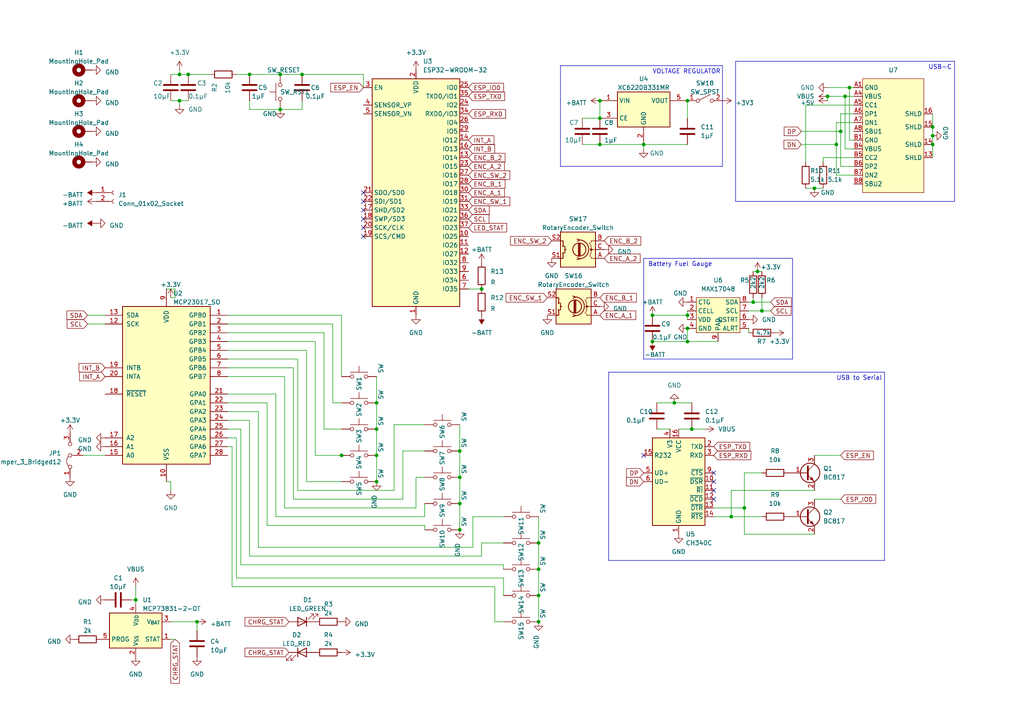
<source format=kicad_sch>
(kicad_sch (version 20230121) (generator eeschema)
  (paper "A4")
  (junction (at 173.99 41.91))
  (junction (at 54.61 21.59))
  (junction (at 87.63 21.59))
  (junction (at 109.22 116.84))
  (junction (at 133.35 153.67))
  (junction (at 133.35 130.81))
  (junction (at 156.21 165.1))
  (junction (at 186.69 41.91))
  (junction (at 215.9 147.32))
  (junction (at 173.99 34.29))
  (junction (at 270.51 41.91))
  (junction (at 199.39 99.06))
  (junction (at 156.21 157.48))
  (junction (at 199.39 91.44))
  (junction (at 156.21 180.34))
  (junction (at 189.23 91.44))
  (junction (at 109.22 124.46))
  (junction (at 99.06 132.08))
  (junction (at 220.98 90.17))
  (junction (at 245.11 27.94))
  (junction (at 218.44 87.63))
  (junction (at 133.35 138.43))
  (junction (at 173.99 29.21))
  (junction (at 270.51 39.37))
  (junction (at 270.51 36.83))
  (junction (at 109.22 139.7))
  (junction (at 139.7 83.82))
  (junction (at 243.84 38.1))
  (junction (at 246.38 25.4))
  (junction (at 199.39 95.25))
  (junction (at 242.57 41.91))
  (junction (at 195.58 116.84))
  (junction (at 156.21 172.72))
  (junction (at 212.09 149.86))
  (junction (at 200.66 124.46))
  (junction (at 57.15 180.34))
  (junction (at 240.03 27.94))
  (junction (at 133.35 146.05))
  (junction (at 81.28 31.75))
  (junction (at 189.23 99.06))
  (junction (at 39.37 173.99))
  (junction (at 199.39 29.21))
  (junction (at 236.22 54.61))
  (junction (at 52.07 21.59))
  (junction (at 109.22 132.08))
  (junction (at 52.07 29.21))
  (junction (at 219.71 78.74))
  (junction (at 81.28 21.59))
  (junction (at 72.39 21.59))
  (no_connect (at 105.41 63.5))
  (no_connect (at 105.41 55.88))
  (no_connect (at 207.01 139.7))
  (no_connect (at 105.41 60.96))
  (no_connect (at 105.41 66.04))
  (no_connect (at 105.41 58.42))
  (no_connect (at 207.01 137.16))
  (no_connect (at 105.41 68.58))
  (no_connect (at 186.69 132.08))
  (no_connect (at 207.01 144.78))
  (no_connect (at 207.01 142.24))
  (wire (pts (xy 24.13 132.08) (xy 30.48 132.08)))
  (wire (pts (xy 68.58 127) (xy 68.58 167.64)))
  (wire (pts (xy 186.69 43.18) (xy 186.69 41.91)))
  (wire (pts (xy 82.55 147.32) (xy 120.65 147.32)))
  (wire (pts (xy 242.57 50.8) (xy 247.65 50.8)))
  (wire (pts (xy 238.76 45.72) (xy 247.65 45.72)))
  (wire (pts (xy 233.68 30.48) (xy 233.68 46.99)))
  (wire (pts (xy 199.39 99.06) (xy 208.28 99.06)))
  (wire (pts (xy 99.06 109.22) (xy 99.06 91.44)))
  (wire (pts (xy 236.22 54.61) (xy 238.76 54.61)))
  (wire (pts (xy 207.01 149.86) (xy 212.09 149.86)))
  (polyline (pts (xy 213.36 58.42) (xy 213.36 17.78)))
  (wire (pts (xy 243.84 38.1) (xy 243.84 33.02)))
  (wire (pts (xy 143.51 170.18) (xy 143.51 180.34)))
  (wire (pts (xy 247.65 40.64) (xy 246.38 40.64)))
  (wire (pts (xy 133.35 138.43) (xy 133.35 146.05)))
  (wire (pts (xy 217.17 90.17) (xy 220.98 90.17)))
  (wire (pts (xy 66.04 109.22) (xy 82.55 109.22)))
  (polyline (pts (xy 186.69 74.93) (xy 186.69 104.14)))
  (wire (pts (xy 156.21 157.48) (xy 156.21 165.1)))
  (wire (pts (xy 207.01 147.32) (xy 215.9 147.32)))
  (wire (pts (xy 25.4 93.98) (xy 30.48 93.98)))
  (wire (pts (xy 146.05 167.64) (xy 146.05 172.72)))
  (wire (pts (xy 67.31 129.54) (xy 67.31 170.18)))
  (wire (pts (xy 212.09 142.24) (xy 236.22 142.24)))
  (wire (pts (xy 93.98 124.46) (xy 99.06 124.46)))
  (polyline (pts (xy 209.55 19.05) (xy 209.55 48.26)))
  (wire (pts (xy 189.23 99.06) (xy 199.39 99.06)))
  (wire (pts (xy 245.11 27.94) (xy 247.65 27.94)))
  (wire (pts (xy 86.36 104.14) (xy 86.36 142.24)))
  (wire (pts (xy 74.93 158.75) (xy 137.16 158.75)))
  (wire (pts (xy 50.8 185.42) (xy 49.53 185.42)))
  (wire (pts (xy 91.44 132.08) (xy 99.06 132.08)))
  (wire (pts (xy 219.71 78.74) (xy 220.98 78.74)))
  (wire (pts (xy 139.7 157.48) (xy 146.05 157.48)))
  (wire (pts (xy 96.52 93.98) (xy 96.52 116.84)))
  (wire (pts (xy 66.04 99.06) (xy 91.44 99.06)))
  (wire (pts (xy 242.57 35.56) (xy 247.65 35.56)))
  (polyline (pts (xy 229.87 104.14) (xy 186.69 104.14)))
  (wire (pts (xy 80.01 114.3) (xy 80.01 149.86)))
  (wire (pts (xy 66.04 127) (xy 68.58 127)))
  (wire (pts (xy 168.91 34.29) (xy 173.99 34.29)))
  (wire (pts (xy 38.1 173.99) (xy 39.37 173.99)))
  (wire (pts (xy 93.98 96.52) (xy 93.98 124.46)))
  (wire (pts (xy 270.51 39.37) (xy 270.51 41.91)))
  (wire (pts (xy 243.84 48.26) (xy 247.65 48.26)))
  (wire (pts (xy 199.39 90.17) (xy 199.39 91.44)))
  (wire (pts (xy 156.21 172.72) (xy 156.21 180.34)))
  (wire (pts (xy 218.44 78.74) (xy 219.71 78.74)))
  (polyline (pts (xy 276.86 17.78) (xy 276.86 58.42)))
  (polyline (pts (xy 162.56 48.26) (xy 162.56 19.05)))
  (wire (pts (xy 196.85 124.46) (xy 200.66 124.46)))
  (wire (pts (xy 215.9 154.94) (xy 236.22 154.94)))
  (wire (pts (xy 116.84 130.81) (xy 123.19 130.81)))
  (wire (pts (xy 240.03 27.94) (xy 245.11 27.94)))
  (wire (pts (xy 109.22 116.84) (xy 109.22 124.46)))
  (wire (pts (xy 50.8 83.82) (xy 50.8 86.36)))
  (wire (pts (xy 48.26 83.82) (xy 50.8 83.82)))
  (wire (pts (xy 270.51 36.83) (xy 270.51 39.37)))
  (wire (pts (xy 81.28 31.75) (xy 87.63 31.75)))
  (wire (pts (xy 133.35 146.05) (xy 133.35 153.67)))
  (wire (pts (xy 139.7 161.29) (xy 139.7 157.48)))
  (wire (pts (xy 57.15 180.34) (xy 57.15 182.88)))
  (wire (pts (xy 114.3 142.24) (xy 114.3 123.19)))
  (wire (pts (xy 190.5 116.84) (xy 195.58 116.84)))
  (wire (pts (xy 245.11 43.18) (xy 247.65 43.18)))
  (wire (pts (xy 39.37 170.18) (xy 39.37 173.99)))
  (wire (pts (xy 199.39 99.06) (xy 199.39 95.25)))
  (wire (pts (xy 72.39 29.21) (xy 72.39 31.75)))
  (wire (pts (xy 195.58 116.84) (xy 200.66 116.84)))
  (wire (pts (xy 99.06 91.44) (xy 66.04 91.44)))
  (polyline (pts (xy 229.87 74.93) (xy 229.87 104.14)))
  (wire (pts (xy 246.38 25.4) (xy 246.38 40.64)))
  (wire (pts (xy 139.7 83.82) (xy 135.89 83.82)))
  (wire (pts (xy 54.61 21.59) (xy 60.96 21.59)))
  (wire (pts (xy 242.57 41.91) (xy 242.57 35.56)))
  (wire (pts (xy 52.07 30.48) (xy 52.07 29.21)))
  (wire (pts (xy 238.76 46.99) (xy 238.76 45.72)))
  (polyline (pts (xy 209.55 48.26) (xy 162.56 48.26)))
  (wire (pts (xy 52.07 20.32) (xy 52.07 21.59)))
  (wire (pts (xy 77.47 116.84) (xy 77.47 152.4)))
  (wire (pts (xy 243.84 132.08) (xy 236.22 132.08)))
  (wire (pts (xy 200.66 124.46) (xy 204.47 124.46)))
  (wire (pts (xy 99.06 132.08) (xy 100.33 132.08)))
  (wire (pts (xy 109.22 132.08) (xy 109.22 139.7)))
  (wire (pts (xy 109.22 124.46) (xy 109.22 132.08)))
  (wire (pts (xy 189.23 91.44) (xy 199.39 91.44)))
  (wire (pts (xy 114.3 123.19) (xy 123.19 123.19)))
  (wire (pts (xy 66.04 121.92) (xy 72.39 121.92)))
  (wire (pts (xy 137.16 158.75) (xy 137.16 149.86)))
  (polyline (pts (xy 176.53 107.95) (xy 256.54 107.95)))
  (polyline (pts (xy 162.56 19.05) (xy 209.55 19.05)))
  (wire (pts (xy 236.22 144.78) (xy 243.84 144.78)))
  (wire (pts (xy 72.39 121.92) (xy 72.39 161.29)))
  (wire (pts (xy 81.28 21.59) (xy 87.63 21.59)))
  (wire (pts (xy 212.09 149.86) (xy 212.09 142.24)))
  (wire (pts (xy 50.8 86.36) (xy 49.53 86.36)))
  (wire (pts (xy 143.51 180.34) (xy 146.05 180.34)))
  (wire (pts (xy 48.26 139.7) (xy 49.53 139.7)))
  (wire (pts (xy 242.57 41.91) (xy 242.57 50.8)))
  (wire (pts (xy 88.9 101.6) (xy 88.9 139.7)))
  (wire (pts (xy 52.07 21.59) (xy 54.61 21.59)))
  (wire (pts (xy 87.63 31.75) (xy 87.63 29.21)))
  (wire (pts (xy 106.68 68.58) (xy 105.41 68.58)))
  (wire (pts (xy 72.39 21.59) (xy 81.28 21.59)))
  (wire (pts (xy 232.41 41.91) (xy 242.57 41.91)))
  (polyline (pts (xy 186.69 74.93) (xy 229.87 74.93)))
  (wire (pts (xy 217.17 96.52) (xy 217.17 95.25)))
  (wire (pts (xy 246.38 25.4) (xy 247.65 25.4)))
  (wire (pts (xy 156.21 165.1) (xy 156.21 172.72)))
  (wire (pts (xy 77.47 152.4) (xy 123.19 152.4)))
  (polyline (pts (xy 213.36 17.78) (xy 276.86 17.78)))
  (wire (pts (xy 133.35 123.19) (xy 133.35 130.81)))
  (wire (pts (xy 243.84 38.1) (xy 243.84 48.26)))
  (wire (pts (xy 133.35 130.81) (xy 133.35 138.43)))
  (wire (pts (xy 146.05 163.83) (xy 146.05 165.1)))
  (wire (pts (xy 220.98 90.17) (xy 223.52 90.17)))
  (wire (pts (xy 72.39 31.75) (xy 81.28 31.75)))
  (wire (pts (xy 72.39 161.29) (xy 139.7 161.29)))
  (wire (pts (xy 66.04 129.54) (xy 67.31 129.54)))
  (wire (pts (xy 217.17 87.63) (xy 218.44 87.63)))
  (wire (pts (xy 85.09 106.68) (xy 85.09 144.78)))
  (wire (pts (xy 233.68 54.61) (xy 236.22 54.61)))
  (wire (pts (xy 137.16 149.86) (xy 146.05 149.86)))
  (wire (pts (xy 116.84 144.78) (xy 116.84 130.81)))
  (polyline (pts (xy 276.86 58.42) (xy 213.36 58.42)))
  (wire (pts (xy 218.44 87.63) (xy 223.52 87.63)))
  (wire (pts (xy 57.15 180.34) (xy 49.53 180.34)))
  (wire (pts (xy 105.41 21.59) (xy 105.41 25.4)))
  (wire (pts (xy 190.5 124.46) (xy 194.31 124.46)))
  (wire (pts (xy 173.99 29.21) (xy 173.99 34.29)))
  (wire (pts (xy 247.65 30.48) (xy 233.68 30.48)))
  (wire (pts (xy 220.98 137.16) (xy 215.9 137.16)))
  (wire (pts (xy 69.85 163.83) (xy 146.05 163.83)))
  (wire (pts (xy 199.39 34.29) (xy 199.39 29.21)))
  (wire (pts (xy 80.01 149.86) (xy 123.19 149.86)))
  (wire (pts (xy 68.58 167.64) (xy 146.05 167.64)))
  (wire (pts (xy 66.04 119.38) (xy 74.93 119.38)))
  (wire (pts (xy 52.07 29.21) (xy 54.61 29.21)))
  (polyline (pts (xy 256.54 162.56) (xy 176.53 162.56)))
  (wire (pts (xy 66.04 93.98) (xy 96.52 93.98)))
  (wire (pts (xy 240.03 27.94) (xy 240.03 29.21)))
  (wire (pts (xy 232.41 38.1) (xy 243.84 38.1)))
  (wire (pts (xy 220.98 86.36) (xy 220.98 90.17)))
  (wire (pts (xy 49.53 21.59) (xy 52.07 21.59)))
  (wire (pts (xy 66.04 104.14) (xy 86.36 104.14)))
  (wire (pts (xy 66.04 106.68) (xy 85.09 106.68)))
  (polyline (pts (xy 256.54 107.95) (xy 256.54 162.56)))
  (wire (pts (xy 270.51 33.02) (xy 270.51 36.83)))
  (wire (pts (xy 173.99 41.91) (xy 186.69 41.91)))
  (wire (pts (xy 85.09 144.78) (xy 116.84 144.78)))
  (wire (pts (xy 168.91 41.91) (xy 173.99 41.91)))
  (wire (pts (xy 66.04 101.6) (xy 88.9 101.6)))
  (wire (pts (xy 245.11 27.94) (xy 245.11 43.18)))
  (wire (pts (xy 88.9 139.7) (xy 99.06 139.7)))
  (wire (pts (xy 186.69 41.91) (xy 199.39 41.91)))
  (wire (pts (xy 270.51 41.91) (xy 270.51 45.72)))
  (wire (pts (xy 74.93 119.38) (xy 74.93 158.75)))
  (wire (pts (xy 25.4 91.44) (xy 30.48 91.44)))
  (wire (pts (xy 66.04 116.84) (xy 77.47 116.84)))
  (wire (pts (xy 66.04 124.46) (xy 69.85 124.46)))
  (wire (pts (xy 218.44 86.36) (xy 218.44 87.63)))
  (wire (pts (xy 69.85 124.46) (xy 69.85 163.83)))
  (polyline (pts (xy 176.53 107.95) (xy 176.53 162.56)))
  (wire (pts (xy 215.9 147.32) (xy 215.9 154.94)))
  (wire (pts (xy 240.03 25.4) (xy 246.38 25.4)))
  (wire (pts (xy 156.21 149.86) (xy 156.21 157.48)))
  (wire (pts (xy 39.37 173.99) (xy 39.37 175.26)))
  (wire (pts (xy 67.31 170.18) (xy 143.51 170.18)))
  (wire (pts (xy 82.55 109.22) (xy 82.55 147.32)))
  (wire (pts (xy 96.52 116.84) (xy 99.06 116.84)))
  (wire (pts (xy 87.63 21.59) (xy 105.41 21.59)))
  (wire (pts (xy 86.36 142.24) (xy 114.3 142.24)))
  (wire (pts (xy 49.53 29.21) (xy 52.07 29.21)))
  (wire (pts (xy 199.39 91.44) (xy 199.39 92.71)))
  (wire (pts (xy 49.53 139.7) (xy 49.53 142.24)))
  (wire (pts (xy 215.9 137.16) (xy 215.9 147.32)))
  (wire (pts (xy 109.22 109.22) (xy 109.22 116.84)))
  (wire (pts (xy 243.84 33.02) (xy 247.65 33.02)))
  (wire (pts (xy 123.19 152.4) (xy 123.19 153.67)))
  (wire (pts (xy 66.04 114.3) (xy 80.01 114.3)))
  (wire (pts (xy 91.44 99.06) (xy 91.44 132.08)))
  (wire (pts (xy 120.65 138.43) (xy 123.19 138.43)))
  (wire (pts (xy 212.09 149.86) (xy 220.98 149.86)))
  (wire (pts (xy 120.65 147.32) (xy 120.65 138.43)))
  (wire (pts (xy 68.58 21.59) (xy 72.39 21.59)))
  (wire (pts (xy 66.04 96.52) (xy 93.98 96.52)))
  (wire (pts (xy 123.19 146.05) (xy 123.19 149.86)))
  (text "USB to Serial" (at 242.57 110.49 0) (effects (font (size 1.27 1.27)) (justify left bottom)))
  (text "Battery Fuel Gauge" (at 187.96 77.47 0) (effects (font (size 1.27 1.27)) (justify left bottom)))
  (text "USB-C" (at 269.24 20.32 0) (effects (font (size 1.27 1.27)) (justify left bottom)))
  (text "VOLTAGE REGULATOR" (at 189.23 21.59 0) (effects (font (size 1.27 1.27)) (justify left bottom)))
  (global_label "INT_B" (shape input) (at 135.89 43.18 0) (property "Intersheetrefs" "${INTERSHEET_REFS}" (effects hide)))
  (global_label "CHRG_STAT" (shape input) (at 50.8 185.42 270) (property "Intersheetrefs" "${INTERSHEET_REFS}" (effects hide)))
  (global_label "ENC_A_2" (shape input) (at 175.26 74.93 0) (property "Intersheetrefs" "${INTERSHEET_REFS}" (effects hide)))
  (global_label "DP" (shape input) (at 186.69 137.16 180) (property "Intersheetrefs" "${INTERSHEET_REFS}" (effects hide)) (property "Referenzen zwischen Schaltplänen" "${INTERSHEET_REFS}" (effects hide)))
  (global_label "SDA" (shape input) (at 25.4 91.44 180) (property "Intersheetrefs" "${INTERSHEET_REFS}" (effects hide)) (property "Referenzen zwischen Schaltplänen" "${INTERSHEET_REFS}" (effects hide)))
  (global_label "ENC_B_1" (shape input) (at 173.99 86.36 0) (property "Intersheetrefs" "${INTERSHEET_REFS}" (effects hide)))
  (global_label "INT_A" (shape input) (at 30.48 109.22 180) (property "Intersheetrefs" "${INTERSHEET_REFS}" (effects hide)))
  (global_label "ESP_EN" (shape input) (at 243.84 132.08 0) (property "Intersheetrefs" "${INTERSHEET_REFS}" (effects hide)) (property "Referenzen zwischen Schaltplänen" "${INTERSHEET_REFS}" (effects hide)))
  (global_label "SCL" (shape input) (at 223.52 90.17 0) (property "Intersheetrefs" "${INTERSHEET_REFS}" (effects hide)) (property "Referenzen zwischen Schaltplänen" "${INTERSHEET_REFS}" (effects hide)))
  (global_label "ENC_A_1" (shape input) (at 173.99 91.44 0) (property "Intersheetrefs" "${INTERSHEET_REFS}" (effects hide)))
  (global_label "ENC_B_2" (shape input) (at 175.26 69.85 0) (property "Intersheetrefs" "${INTERSHEET_REFS}" (effects hide)))
  (global_label "SDA" (shape input) (at 135.89 60.96 0) (property "Intersheetrefs" "${INTERSHEET_REFS}" (effects hide)) (property "Referenzen zwischen Schaltplänen" "${INTERSHEET_REFS}" (effects hide)))
  (global_label "ESP_IO0" (shape input) (at 135.89 25.4 0) (property "Intersheetrefs" "${INTERSHEET_REFS}" (effects hide)) (property "Referenzen zwischen Schaltplänen" "${INTERSHEET_REFS}" (effects hide)))
  (global_label "LED_STAT" (shape input) (at 135.89 66.04 0) (property "Intersheetrefs" "${INTERSHEET_REFS}" (effects hide)) (property "Referenzen zwischen Schaltplänen" "${INTERSHEET_REFS}" (effects hide)))
  (global_label "ESP_IO0" (shape input) (at 243.84 144.78 0) (property "Intersheetrefs" "${INTERSHEET_REFS}" (effects hide)) (property "Referenzen zwischen Schaltplänen" "${INTERSHEET_REFS}" (effects hide)))
  (global_label "ESP_TXD" (shape input) (at 135.89 27.94 0) (property "Intersheetrefs" "${INTERSHEET_REFS}" (effects hide)) (property "Referenzen zwischen Schaltplänen" "${INTERSHEET_REFS}" (effects hide)))
  (global_label "ESP_RXD" (shape input) (at 207.01 132.08 0) (property "Intersheetrefs" "${INTERSHEET_REFS}" (effects hide)) (property "Referenzen zwischen Schaltplänen" "${INTERSHEET_REFS}" (effects hide)))
  (global_label "SCL" (shape input) (at 135.89 63.5 0) (property "Intersheetrefs" "${INTERSHEET_REFS}" (effects hide)) (property "Referenzen zwischen Schaltplänen" "${INTERSHEET_REFS}" (effects hide)))
  (global_label "ESP_RXD" (shape input) (at 135.89 33.02 0) (property "Intersheetrefs" "${INTERSHEET_REFS}" (effects hide)) (property "Referenzen zwischen Schaltplänen" "${INTERSHEET_REFS}" (effects hide)))
  (global_label "SDA" (shape input) (at 223.52 87.63 0) (property "Intersheetrefs" "${INTERSHEET_REFS}" (effects hide)) (property "Referenzen zwischen Schaltplänen" "${INTERSHEET_REFS}" (effects hide)))
  (global_label "ENC_A_1" (shape input) (at 135.89 55.88 0) (property "Intersheetrefs" "${INTERSHEET_REFS}" (effects hide)))
  (global_label "ESP_EN" (shape input) (at 105.41 25.4 180) (property "Intersheetrefs" "${INTERSHEET_REFS}" (effects hide)) (property "Referenzen zwischen Schaltplänen" "${INTERSHEET_REFS}" (effects hide)))
  (global_label "DN" (shape input) (at 186.69 139.7 180) (property "Intersheetrefs" "${INTERSHEET_REFS}" (effects hide)) (property "Referenzen zwischen Schaltplänen" "${INTERSHEET_REFS}" (effects hide)))
  (global_label "CHRG_STAT" (shape input) (at 83.82 189.23 180) (property "Intersheetrefs" "${INTERSHEET_REFS}" (effects hide)))
  (global_label "ENC_B_1" (shape input) (at 135.89 53.34 0) (property "Intersheetrefs" "${INTERSHEET_REFS}" (effects hide)))
  (global_label "INT_B" (shape input) (at 30.48 106.68 180) (property "Intersheetrefs" "${INTERSHEET_REFS}" (effects hide)))
  (global_label "ENC_SW_2" (shape input) (at 160.02 69.85 180) (property "Intersheetrefs" "${INTERSHEET_REFS}" (effects hide)))
  (global_label "DN" (shape input) (at 232.41 41.91 180) (property "Intersheetrefs" "${INTERSHEET_REFS}" (effects hide)) (property "Referenzen zwischen Schaltplänen" "${INTERSHEET_REFS}" (effects hide)))
  (global_label "SCL" (shape input) (at 25.4 93.98 180) (property "Intersheetrefs" "${INTERSHEET_REFS}" (effects hide)) (property "Referenzen zwischen Schaltplänen" "${INTERSHEET_REFS}" (effects hide)))
  (global_label "ENC_SW_2" (shape input) (at 135.89 50.8 0) (property "Intersheetrefs" "${INTERSHEET_REFS}" (effects hide)))
  (global_label "DP" (shape input) (at 232.41 38.1 180) (property "Intersheetrefs" "${INTERSHEET_REFS}" (effects hide)) (property "Referenzen zwischen Schaltplänen" "${INTERSHEET_REFS}" (effects hide)))
  (global_label "ENC_SW_1" (shape input) (at 158.75 86.36 180) (property "Intersheetrefs" "${INTERSHEET_REFS}" (effects hide)))
  (global_label "ENC_A_2" (shape input) (at 135.89 48.26 0) (property "Intersheetrefs" "${INTERSHEET_REFS}" (effects hide)))
  (global_label "INT_A" (shape input) (at 135.89 40.64 0) (property "Intersheetrefs" "${INTERSHEET_REFS}" (effects hide)))
  (global_label "CHRG_STAT" (shape input) (at 83.82 180.34 180) (property "Intersheetrefs" "${INTERSHEET_REFS}" (effects hide)))
  (global_label "ENC_B_2" (shape input) (at 135.89 45.72 0) (property "Intersheetrefs" "${INTERSHEET_REFS}" (effects hide)))
  (global_label "ESP_TXD" (shape input) (at 207.01 129.54 0) (property "Intersheetrefs" "${INTERSHEET_REFS}" (effects hide)) (property "Referenzen zwischen Schaltplänen" "${INTERSHEET_REFS}" (effects hide)))
  (global_label "ENC_SW_1" (shape input) (at 135.89 58.42 0) (property "Intersheetrefs" "${INTERSHEET_REFS}" (effects hide)))
  (symbol (lib_id "power:GND") (at 156.21 180.34 0) (unit 1)
    (property "Reference" "#PWR030" (effects hide))
    (property "Value" "GND" (at 155.575 184.15 90) (effects (justify right)))
  )
  (symbol (lib_id "Device:C") (at 57.15 186.69 180) (unit 1)
    (property "Reference" "C4" (at 60.96 186.055 0) (effects (justify right)))
    (property "Value" "10µF" (at 60.96 188.595 0) (effects (justify right)))
    (property "Footprint" "Capacitor_SMD:C_0805_2012Metric" (effects hide))
  )
  (symbol (lib_id "Device:R") (at 238.76 50.8 180) (unit 1)
    (property "Reference" "R11" (at 240.03 49.53 0) (effects (justify right)))
    (property "Value" "5.1k" (at 240.03 52.07 0) (effects (justify right)))
    (property "Footprint" "Resistor_SMD:R_0805_2012Metric" (effects hide))
  )
  (symbol (lib_id "Switch:SW_Push") (at 151.13 157.48 0) (unit 1)
    (property "Reference" "SW12" (at 151.13 157.48 90) (effects (justify right)))
    (property "Value" "SW" (at 157.48 153.67 90) (effects (justify right)))
    (property "Footprint" "Library:SW_Cherry_MX_1.00u_Plate_Custom" (effects hide))
  )
  (symbol (lib_id "power:GND") (at 49.53 142.24 0) (unit 1)
    (property "Reference" "#PWR018" (effects hide))
    (property "Value" "GND" (at 49.53 147.32 0))
  )
  (symbol (lib_id "Device:R") (at 64.77 21.59 270) (unit 1)
    (property "Reference" "R2" (at 62.23 25.4 0))
    (property "Value" "10k" (at 66.04 25.4 0))
    (property "Footprint" "Resistor_SMD:R_0805_2012Metric" (effects hide))
  )
  (symbol (lib_id "power:GND") (at 270.51 39.37 90) (unit 1)
    (property "Reference" "#PWR048" (effects hide))
    (property "Value" "GND" (at 274.32 40.64 0) (effects (justify left)))
  )
  (symbol (lib_id "Device:C") (at 199.39 38.1 0) (unit 1)
    (property "Reference" "C11" (at 203.2 36.83 0) (effects (justify left)))
    (property "Value" "1µF" (at 203.2 39.37 0) (effects (justify left)))
    (property "Footprint" "Capacitor_SMD:C_0805_2012Metric" (effects hide))
  )
  (symbol (lib_id "power:GND") (at 52.07 30.48 0) (unit 1)
    (property "Reference" "#PWR020" (effects hide))
    (property "Value" "GND" (at 54.61 31.7499 0) (effects (justify left)))
  )
  (symbol (lib_id "Connector:Conn_01x02_Socket") (at 33.02 55.88 0) (unit 1)
    (property "Reference" "J1" (at 34.29 56.515 0) (effects (justify left)))
    (property "Value" "Conn_01x02_Socket" (at 34.29 59.055 0) (effects (justify left)))
    (property "Footprint" "Connector_PinHeader_2.54mm:PinHeader_1x02_P2.54mm_Vertical" (effects hide))
  )
  (symbol (lib_id "power:+3.3V") (at 219.71 78.74 0) (unit 1)
    (property "Reference" "#PWR042" (effects hide))
    (property "Value" "+3.3V" (at 223.52 77.47 0))
  )
  (symbol (lib_id "power:GND") (at 57.15 190.5 0) (unit 1)
    (property "Reference" "#PWR022" (effects hide))
    (property "Value" "GND" (at 57.15 195.58 0))
  )
  (symbol (lib_id "Device:C") (at 54.61 25.4 0) (unit 1)
    (property "Reference" "C3" (at 57.15 24.13 0) (effects (justify left)))
    (property "Value" "0.1µF" (at 54.61 27.94 0) (effects (justify left)))
    (property "Footprint" "Capacitor_SMD:C_0805_2012Metric" (effects hide))
  )
  (symbol (lib_id "Switch:SW_Push") (at 151.13 180.34 0) (unit 1)
    (property "Reference" "SW15" (at 151.13 180.34 90) (effects (justify right)))
    (property "Value" "SW" (at 157.48 176.53 90) (effects (justify right)))
    (property "Footprint" "Library:SW_Cherry_MX_1.00u_Plate_Custom" (effects hide))
  )
  (symbol (lib_id "Device:R") (at 139.7 87.63 0) (unit 1)
    (property "Reference" "R12" (at 142.24 86.36 0) (effects (justify left)))
    (property "Value" "R" (at 142.24 89.535 0) (effects (justify left)))
    (property "Footprint" "Capacitor_SMD:C_0805_2012Metric" (effects hide))
  )
  (symbol (lib_id "Device:R") (at 25.4 185.42 90) (unit 1)
    (property "Reference" "R1" (at 25.4 180.34 90))
    (property "Value" "2k" (at 25.4 182.88 90))
    (property "Footprint" "Resistor_SMD:R_0805_2012Metric" (effects hide))
  )
  (symbol (lib_id "power:GND") (at 196.85 154.94 0) (unit 1)
    (property "Reference" "#PWR036" (effects hide))
    (property "Value" "GND" (at 196.85 160.02 0))
  )
  (symbol (lib_id "Device:R") (at 95.25 189.23 90) (unit 1)
    (property "Reference" "R4" (at 95.25 184.15 90))
    (property "Value" "2k" (at 95.25 186.69 90))
    (property "Footprint" "Resistor_SMD:R_0805_2012Metric" (effects hide))
  )
  (symbol (lib_id "Switch:SW_Push") (at 104.14 116.84 0) (unit 1)
    (property "Reference" "SW2" (at 104.14 116.84 90) (effects (justify right)))
    (property "Value" "SW" (at 110.49 113.03 90) (effects (justify right)))
    (property "Footprint" "Library:SW_Cherry_MX_1.00u_Plate_Custom" (effects hide))
  )
  (symbol (lib_id "power:GND") (at 30.48 173.99 270) (unit 1)
    (property "Reference" "#PWR014" (effects hide))
    (property "Value" "GND" (at 26.67 174.625 90) (effects (justify right)))
  )
  (symbol (lib_id "power:GND") (at 27.94 64.77 90) (unit 1)
    (property "Reference" "#PWR010" (effects hide))
    (property "Value" "GND" (at 31.75 65.405 90) (effects (justify right)))
  )
  (symbol (lib_id "Device:C") (at 190.5 120.65 0) (unit 1)
    (property "Reference" "C10" (at 185.42 119.38 0) (effects (justify left)))
    (property "Value" "0.1µF" (at 181.61 121.92 0) (effects (justify left)))
    (property "Footprint" "Capacitor_SMD:C_0805_2012Metric" (effects hide))
  )
  (symbol (lib_id "power:GND") (at 186.69 43.18 0) (unit 1)
    (property "Reference" "#PWR032" (effects hide))
    (property "Value" "GND" (at 190.5 44.45 0))
  )
  (symbol (lib_id "Device:C") (at 189.23 95.25 0) (unit 1)
    (property "Reference" "C9" (at 191.77 93.98 0) (effects (justify left)))
    (property "Value" "0.1µF" (at 189.23 97.79 0) (effects (justify left)))
    (property "Footprint" "Capacitor_SMD:C_0805_2012Metric" (effects hide))
  )
  (symbol (lib_id "Device:LED") (at 87.63 180.34 180) (unit 1)
    (property "Reference" "D1" (at 89.2175 173.99 0))
    (property "Value" "LED_GREEN" (at 89.2175 176.53 0))
    (property "Footprint" "LED_SMD:LED_0805_2012Metric" (effects hide))
  )
  (symbol (lib_id "Switch:SW_Push") (at 104.14 124.46 0) (unit 1)
    (property "Reference" "SW3" (at 104.14 124.46 90) (effects (justify right)))
    (property "Value" "SW" (at 110.49 120.65 90) (effects (justify right)))
    (property "Footprint" "Library:SW_Cherry_MX_1.00u_Plate_Custom" (effects hide))
  )
  (symbol (lib_id "power:GND") (at 81.28 31.75 0) (unit 1)
    (property "Reference" "#PWR023" (effects hide))
    (property "Value" "GND" (at 76.2 33.02 0) (effects (justify left)))
  )
  (symbol (lib_id "power:GND") (at 109.22 139.7 0) (unit 1)
    (property "Reference" "#PWR026" (effects hide))
    (property "Value" "GND" (at 108.585 143.51 90) (effects (justify right)))
  )
  (symbol (lib_id "Device:C") (at 72.39 25.4 180) (unit 1)
    (property "Reference" "C5" (at 76.2 25.4 0))
    (property "Value" "1µF" (at 74.93 27.94 0))
    (property "Footprint" "Capacitor_SMD:C_0805_2012Metric" (effects hide))
  )
  (symbol (lib_name "GND_1") (lib_id "power:GND") (at 26.67 38.1 90) (unit 1)
    (property "Reference" "#PWR06" (effects hide))
    (property "Value" "GND" (at 30.48 38.735 90) (effects (justify right)))
  )
  (symbol (lib_id "power:+3V3") (at 209.55 29.21 270) (unit 1)
    (property "Reference" "#PWR037" (effects hide))
    (property "Value" "+3V3" (at 213.36 29.845 90) (effects (justify left)))
  )
  (symbol (lib_id "power:GND") (at 30.48 127 270) (unit 1)
    (property "Reference" "#PWR012" (effects hide))
    (property "Value" "GND" (at 26.67 127.635 90) (effects (justify right)))
  )
  (symbol (lib_id "power:+3.3V") (at 224.79 96.52 270) (unit 1)
    (property "Reference" "#PWR043" (effects hide))
    (property "Value" "+3.3V" (at 226.06 99.06 90))
  )
  (symbol (lib_id "Device:C") (at 200.66 120.65 0) (unit 1)
    (property "Reference" "C12" (at 204.47 119.3799 0) (effects (justify left)))
    (property "Value" "0.1µF" (at 204.47 121.9199 0) (effects (justify left)))
    (property "Footprint" "Capacitor_SMD:C_0805_2012Metric" (effects hide))
  )
  (symbol (lib_name "-BATT_1") (lib_id "power:-BATT") (at 27.94 55.88 90) (unit 1)
    (property "Reference" "#PWR08" (effects hide))
    (property "Value" "-BATT" (at 24.13 56.515 90) (effects (justify left)))
  )
  (symbol (lib_id "Mechanical:MountingHole_Pad") (at 24.13 20.32 90) (unit 1)
    (property "Reference" "H1" (at 22.86 15.24 90))
    (property "Value" "MountingHole_Pad" (at 22.86 17.78 90))
    (property "Footprint" "MountingHole:MountingHole_2.2mm_M2_DIN965_Pad_TopBottom" (effects hide))
  )
  (symbol (lib_id "Device:R") (at 220.98 96.52 90) (unit 1)
    (property "Reference" "R7" (at 222.25 99.06 90) (effects (justify left)))
    (property "Value" "4.7k" (at 223.52 96.52 90) (effects (justify left)))
    (property "Footprint" "Resistor_SMD:R_0805_2012Metric" (effects hide))
  )
  (symbol (lib_id "power:+BATT") (at 189.23 91.44 0) (unit 1)
    (property "Reference" "#PWR033" (effects hide))
    (property "Value" "+BATT" (at 189.23 87.63 0))
  )
  (symbol (lib_id "Device:R") (at 218.44 82.55 0) (unit 1)
    (property "Reference" "R5" (at 214.63 81.28 0) (effects (justify left)))
    (property "Value" "2k2" (at 218.44 83.82 90) (effects (justify left)))
    (property "Footprint" "Resistor_SMD:R_0805_2012Metric" (effects hide))
  )
  (symbol (lib_name "-BATT_2") (lib_id "power:-BATT") (at 27.94 64.77 90) (unit 1)
    (property "Reference" "#PWR011" (effects hide))
    (property "Value" "-BATT" (at 24.13 65.405 90) (effects (justify left)))
  )
  (symbol (lib_id "Device:RotaryEncoder_Switch") (at 167.64 72.39 180) (unit 1)
    (property "Reference" "SW17" (at 167.64 63.5 0))
    (property "Value" "RotaryEncoder_Switch" (at 167.64 66.04 0))
    (property "Footprint" "Rotary_Encoder:RotaryEncoder_Alps_EC11E-Switch_Vertical_H20mm" (effects hide))
  )
  (symbol (lib_id "Switch:SW_Push") (at 151.13 149.86 0) (unit 1)
    (property "Reference" "SW11" (at 151.13 149.86 90) (effects (justify right)))
    (property "Value" "SW" (at 157.48 146.05 90) (effects (justify right)))
    (property "Footprint" "Library:SW_Cherry_MX_1.00u_Plate_Custom" (effects hide))
  )
  (symbol (lib_id "Switch:SW_Push") (at 104.14 109.22 0) (unit 1)
    (property "Reference" "SW1" (at 104.14 109.22 90) (effects (justify right)))
    (property "Value" "SW" (at 110.49 105.41 90) (effects (justify right)))
    (property "Footprint" "Library:SW_Cherry_MX_1.00u_Plate_Custom" (effects hide))
  )
  (symbol (lib_id "Device:LED") (at 87.63 189.23 0) (unit 1)
    (property "Reference" "D2" (at 86.0425 184.15 0))
    (property "Value" "LED_RED" (at 86.0425 186.69 0))
    (property "Footprint" "LED_SMD:LED_0805_2012Metric" (effects hide))
  )
  (symbol (lib_name "GND_1") (lib_id "power:GND") (at 26.67 29.21 90) (unit 1)
    (property "Reference" "#PWR05" (effects hide))
    (property "Value" "GND" (at 30.48 29.845 90) (effects (justify right)))
  )
  (symbol (lib_name "+3.3V_1") (lib_id "power:+3.3V") (at 49.53 86.36 0) (unit 1)
    (property "Reference" "#PWR017" (effects hide))
    (property "Value" "+3.3V" (at 49.53 82.55 0))
  )
  (symbol (lib_id "Switch:SW_Push") (at 151.13 165.1 0) (unit 1)
    (property "Reference" "SW13" (at 151.13 165.1 90) (effects (justify right)))
    (property "Value" "SW" (at 157.48 161.29 90) (effects (justify right)))
    (property "Footprint" "Library:SW_Cherry_MX_1.00u_Plate_Custom" (effects hide))
  )
  (symbol (lib_id "Mechanical:MountingHole_Pad") (at 24.13 46.99 90) (unit 1)
    (property "Reference" "H4" (at 22.86 41.91 90))
    (property "Value" "MountingHole_Pad" (at 22.86 44.45 90))
    (property "Footprint" "MountingHole:MountingHole_2.2mm_M2_DIN965_Pad_TopBottom" (effects hide))
  )
  (symbol (lib_id "Switch:SW_SPST") (at 204.47 29.21 0) (unit 1)
    (property "Reference" "SW18" (at 204.47 24.13 0))
    (property "Value" "SW_SPST" (at 204.47 26.67 0))
    (property "Footprint" "Button_Switch_SMD:SW_SPDT_PCM12" (effects hide))
    (property "lcsc" "C221841" (effects hide))
  )
  (symbol (lib_id "power:GND") (at 240.03 25.4 270) (unit 1)
    (property "Reference" "#PWR045" (effects hide))
    (property "Value" "GND" (at 236.22 25.3999 90) (effects (justify right)))
  )
  (symbol (lib_id "RF_Module:ESP32-WROOM-32") (at 120.65 55.88 0) (unit 1)
    (property "Reference" "U3" (at 122.6694 17.78 0) (effects (justify left)))
    (property "Value" "ESP32-WROOM-32" (at 122.6694 20.32 0) (effects (justify left)))
    (property "Footprint" "RF_Module:ESP32-WROOM-32" (effects hide))
    (property "Datasheet" "https://www.espressif.com/sites/default/files/documentation/esp32-wroom-32_datasheet_en.pdf" (effects hide))
  )
  (symbol (lib_id "power:GND") (at 236.22 54.61 0) (unit 1)
    (property "Reference" "#PWR044" (effects hide))
    (property "Value" "GND" (at 240.03 55.88 0))
  )
  (symbol (lib_id "power:GND") (at 199.39 95.25 270) (unit 1)
    (property "Reference" "#PWR039" (effects hide))
    (property "Value" "GND" (at 199.39 97.79 90) (effects (justify right)))
  )
  (symbol (lib_id "power:GND") (at 195.58 116.84 180) (unit 1)
    (property "Reference" "#PWR035" (effects hide))
    (property "Value" "GND" (at 195.58 111.76 0))
  )
  (symbol (lib_id "Switch:SW_Push") (at 104.14 139.7 0) (unit 1)
    (property "Reference" "SW5" (at 104.14 139.7 90) (effects (justify right)))
    (property "Value" "SW" (at 110.49 135.89 90) (effects (justify right)))
    (property "Footprint" "Library:SW_Cherry_MX_1.00u_Plate_Custom" (effects hide))
  )
  (symbol (lib_id "power:GND") (at 120.65 91.44 0) (unit 1)
    (property "Reference" "#PWR028" (effects hide))
    (property "Value" "GND" (at 120.65 96.52 0))
  )
  (symbol (lib_id "Interface_USB:CH340C") (at 196.85 139.7 0) (unit 1)
    (property "Reference" "U5" (at 198.8694 154.94 0) (effects (justify left)))
    (property "Value" "CH340C" (at 198.8694 157.48 0) (effects (justify left)))
    (property "Footprint" "Package_SO:SOIC-16_3.9x9.9mm_P1.27mm" (effects hide))
    (property "Datasheet" "https://datasheet.lcsc.com/szlcsc/Jiangsu-Qin-Heng-CH340C_C84681.pdf" (effects hide))
  )
  (symbol (lib_id "Transistor_BJT:BC817") (at 233.68 137.16 0) (unit 1)
    (property "Reference" "Q1" (at 238.76 135.8899 0) (effects (justify left)))
    (property "Value" "BC817" (at 238.76 138.4299 0) (effects (justify left)))
    (property "Footprint" "Package_TO_SOT_SMD:SOT-23" (effects hide))
    (property "Datasheet" "https://www.onsemi.com/pub/Collateral/BC818-D.pdf" (effects hide))
  )
  (symbol (lib_id "Device:R") (at 95.25 180.34 90) (unit 1)
    (property "Reference" "R3" (at 95.25 175.26 90))
    (property "Value" "2k" (at 95.25 177.8 90))
    (property "Footprint" "Resistor_SMD:R_0805_2012Metric" (effects hide))
  )
  (symbol (lib_id "power:+3.3V") (at 52.07 20.32 0) (unit 1)
    (property "Reference" "#PWR019" (effects hide))
    (property "Value" "+3.3V" (at 52.07 15.24 0))
  )
  (symbol (lib_id "Device:C") (at 87.63 25.4 180) (unit 1)
    (property "Reference" "C6" (at 91.44 25.4 0))
    (property "Value" "0.1µF" (at 91.44 27.94 0))
    (property "Footprint" "Capacitor_SMD:C_0805_2012Metric" (effects hide))
  )
  (symbol (lib_id "Device:R") (at 139.7 80.01 0) (unit 1)
    (property "Reference" "R13" (at 142.24 78.74 0) (effects (justify left)))
    (property "Value" "R" (at 142.24 81.915 0) (effects (justify left)))
    (property "Footprint" "Capacitor_SMD:C_0805_2012Metric" (effects hide))
  )
  (symbol (lib_id "power:GND") (at 175.26 72.39 90) (unit 1)
    (property "Reference" "#PWR052" (effects hide))
    (property "Value" "GND" (at 179.07 73.025 90) (effects (justify right)))
  )
  (symbol (lib_id "power:GND") (at 30.48 129.54 270) (unit 1)
    (property "Reference" "#PWR013" (effects hide))
    (property "Value" "GND" (at 26.67 130.175 90) (effects (justify right)))
  )
  (symbol (lib_id "My Parts:XUNPU_TYPEC-304J-BCP16") (at 270.51 39.37 0) (unit 1)
    (property "Reference" "U7" (at 259.08 20.32 0))
    (property "Value" "XUNPU_TYPEC-304J-BCP16" (effects hide))
    (property "Footprint" "Streamdeck:XUNPU TYPEC-304J-BCP16" (effects hide))
  )
  (symbol (lib_id "power:+3.3V") (at 120.65 20.32 0) (unit 1)
    (property "Reference" "#PWR027" (effects hide))
    (property "Value" "+3.3V" (at 120.65 15.24 0))
  )
  (symbol (lib_id "power:GND") (at 173.99 88.9 90) (unit 1)
    (property "Reference" "#PWR050" (effects hide))
    (property "Value" "GND" (at 177.8 89.535 90) (effects (justify right)))
  )
  (symbol (lib_id "power:GND") (at 39.37 190.5 0) (unit 1)
    (property "Reference" "#PWR016" (effects hide))
    (property "Value" "GND" (at 39.37 195.58 0))
  )
  (symbol (lib_id "power:+BATT") (at 57.15 180.34 270) (unit 1)
    (property "Reference" "#PWR021" (effects hide))
    (property "Value" "+BATT" (at 60.96 180.975 90) (effects (justify left)))
  )
  (symbol (lib_id "Mechanical:MountingHole_Pad") (at 24.13 38.1 90) (unit 1)
    (property "Reference" "H3" (at 22.86 33.02 90))
    (property "Value" "MountingHole_Pad" (at 22.86 35.56 90))
    (property "Footprint" "MountingHole:MountingHole_2.2mm_M2_DIN965_Pad_TopBottom" (effects hide))
  )
  (symbol (lib_id "Transistor_BJT:BC817") (at 233.68 149.86 0) (unit 1)
    (property "Reference" "Q2" (at 238.76 148.5899 0) (effects (justify left)))
    (property "Value" "BC817" (at 238.76 151.1299 0) (effects (justify left)))
    (property "Footprint" "Package_TO_SOT_SMD:SOT-23" (effects hide))
    (property "Datasheet" "https://www.onsemi.com/pub/Collateral/BC818-D.pdf" (effects hide))
  )
  (symbol (lib_id "power:VBUS") (at 204.47 124.46 270) (unit 1)
    (property "Reference" "#PWR040" (effects hide))
    (property "Value" "VBUS" (at 208.28 124.4599 90) (effects (justify left)))
  )
  (symbol (lib_id "Device:RotaryEncoder_Switch") (at 166.37 88.9 180) (unit 1)
    (property "Reference" "SW16" (at 166.37 80.01 0))
    (property "Value" "RotaryEncoder_Switch" (at 166.37 82.55 0))
    (property "Footprint" "Rotary_Encoder:RotaryEncoder_Alps_EC11E-Switch_Vertical_H20mm" (effects hide))
  )
  (symbol (lib_id "Switch:SW_Push") (at 128.27 138.43 0) (unit 1)
    (property "Reference" "SW8" (at 128.27 138.43 90) (effects (justify right)))
    (property "Value" "SW" (at 134.62 134.62 90) (effects (justify right)))
    (property "Footprint" "Library:SW_Cherry_MX_1.00u_Plate_Custom" (effects hide))
  )
  (symbol (lib_id "power:+BATT") (at 139.7 76.2 0) (unit 1)
    (property "Reference" "#PWR053" (effects hide))
    (property "Value" "+BATT" (at 139.7 72.39 0))
  )
  (symbol (lib_id "Device:C") (at 49.53 25.4 0) (unit 1)
    (property "Reference" "C2" (at 44.45 24.13 0) (effects (justify left)))
    (property "Value" "10µF" (at 44.45 27.94 0) (effects (justify left)))
    (property "Footprint" "Capacitor_SMD:C_0805_2012Metric" (effects hide))
  )
  (symbol (lib_id "Switch:SW_Push") (at 128.27 146.05 0) (unit 1)
    (property "Reference" "SW9" (at 128.27 146.05 90) (effects (justify right)))
    (property "Value" "SW" (at 134.62 142.24 90) (effects (justify right)))
    (property "Footprint" "Library:SW_Cherry_MX_1.00u_Plate_Custom" (effects hide))
  )
  (symbol (lib_id "Switch:SW_Push") (at 104.14 132.08 0) (unit 1)
    (property "Reference" "SW4" (at 104.14 132.08 90) (effects (justify right)))
    (property "Value" "SW" (at 110.49 128.27 90) (effects (justify right)))
    (property "Footprint" "Library:SW_Cherry_MX_1.00u_Plate_Custom" (effects hide))
  )
  (symbol (lib_id "Interface_Expansion:MCP23017_SO") (at 48.26 111.76 0) (unit 1)
    (property "Reference" "U2" (at 50.2159 85.09 0) (effects (justify left)))
    (property "Value" "MCP23017_SO" (at 50.2159 87.63 0) (effects (justify left)))
    (property "Footprint" "Package_SO:SSOP-28_5.3x10.2mm_P0.65mm" (effects hide))
    (property "Datasheet" "http://ww1.microchip.com/downloads/en/DeviceDoc/20001952C.pdf" (effects hide))
  )
  (symbol (lib_id "Switch:SW_Push") (at 81.28 26.67 90) (unit 1)
    (property "Reference" "SW_RST1" (at 81.28 26.67 90) (effects (justify right)))
    (property "Value" "SW_RESET" (at 77.47 20.32 90) (effects (justify right)))
    (property "Footprint" "Button_Switch_SMD:SW_SPST_B3U-1000P-B" (effects hide))
  )
  (symbol (lib_id "power:GND") (at 160.02 74.93 0) (unit 1)
    (property "Reference" "#PWR051" (effects hide))
    (property "Value" "GND" (at 160.02 80.01 0))
  )
  (symbol (lib_id "Device:R") (at 224.79 149.86 90) (unit 1)
    (property "Reference" "R9" (at 224.79 143.51 90))
    (property "Value" "10k" (at 224.79 146.05 90))
    (property "Footprint" "Resistor_SMD:R_0805_2012Metric" (effects hide))
  )
  (symbol (lib_id "Device:R") (at 233.68 50.8 180) (unit 1)
    (property "Reference" "R10" (at 234.95 49.53 0) (effects (justify right)))
    (property "Value" "5.1k" (at 234.95 52.07 0) (effects (justify right)))
    (property "Footprint" "Resistor_SMD:R_0805_2012Metric" (effects hide))
  )
  (symbol (lib_id "My Parts:MAX17048") (at 208.28 91.44 0) (unit 1)
    (property "Reference" "U6" (at 208.28 81.28 0))
    (property "Value" "MAX17048" (at 208.28 83.82 0))
    (property "Footprint" "Package_DFN_QFN:TDFN-8-1EP_2x2mm_P0.5mm_EP0.8x1.2mm" (effects hide))
  )
  (symbol (lib_id "power:-BATT") (at 189.23 99.06 180) (unit 1)
    (property "Reference" "#PWR034" (effects hide))
    (property "Value" "-BATT" (at 193.04 102.87 0) (effects (justify left)))
  )
  (symbol (lib_id "power:GND") (at 20.32 138.43 0) (unit 1)
    (property "Reference" "#PWR02" (effects hide))
    (property "Value" "GND" (at 20.32 143.51 0))
  )
  (symbol (lib_id "power:GND") (at 99.06 180.34 90) (unit 1)
    (property "Reference" "#PWR024" (effects hide))
    (property "Value" "GND" (at 102.87 180.975 90) (effects (justify right)))
  )
  (symbol (lib_id "power:GND") (at 133.35 153.67 0) (unit 1)
    (property "Reference" "#PWR029" (effects hide))
    (property "Value" "GND" (at 132.715 157.48 90) (effects (justify right)))
  )
  (symbol (lib_id "power:GND") (at 217.17 92.71 90) (unit 1)
    (property "Reference" "#PWR041" (effects hide))
    (property "Value" "GND" (at 220.98 92.7099 90) (effects (justify right)))
  )
  (symbol (lib_id "power:GND") (at 199.39 87.63 270) (unit 1)
    (property "Reference" "#PWR038" (effects hide))
    (property "Value" "GND" (at 199.39 85.09 90) (effects (justify right)))
  )
  (symbol (lib_id "Switch:SW_Push") (at 128.27 130.81 0) (unit 1)
    (property "Reference" "SW7" (at 128.27 130.81 90) (effects (justify right)))
    (property "Value" "SW" (at 134.62 127 90) (effects (justify right)))
    (property "Footprint" "Library:SW_Cherry_MX_1.00u_Plate_Custom" (effects hide))
  )
  (symbol (lib_id "Battery_Management:MCP73831-2-OT") (at 39.37 182.88 0) (unit 1)
    (property "Reference" "U1" (at 41.3259 173.99 0) (effects (justify left)))
    (property "Value" "MCP73831-2-OT" (at 41.3259 176.53 0) (effects (justify left)))
    (property "Footprint" "Package_TO_SOT_SMD:SOT-23-5" (effects hide))
    (property "Datasheet" "http://ww1.microchip.com/downloads/en/DeviceDoc/20001984g.pdf" (effects hide))
  )
  (symbol (lib_id "power:+BATT") (at 27.94 58.42 90) (unit 1)
    (property "Reference" "#PWR09" (effects hide))
    (property "Value" "+BATT" (at 24.13 59.055 90) (effects (justify left)))
  )
  (symbol (lib_id "power:GND") (at 158.75 91.44 0) (unit 1)
    (property "Reference" "#PWR049" (effects hide))
    (property "Value" "GND" (at 158.75 96.52 0))
  )
  (symbol (lib_name "GND_1") (lib_id "power:GND") (at 26.67 20.32 90) (unit 1)
    (property "Reference" "#PWR04" (effects hide))
    (property "Value" "GND" (at 30.48 20.955 90) (effects (justify right)))
  )
  (symbol (lib_id "Mechanical:MountingHole_Pad") (at 24.13 29.21 90) (unit 1)
    (property "Reference" "H2" (at 22.86 24.13 90))
    (property "Value" "MountingHole_Pad" (at 22.86 26.67 90))
    (property "Footprint" "MountingHole:MountingHole_2.2mm_M2_DIN965_Pad_TopBottom" (effects hide))
  )
  (symbol (lib_id "power:GND") (at 21.59 185.42 270) (unit 1)
    (property "Reference" "#PWR03" (effects hide))
    (property "Value" "GND" (at 17.78 186.055 90) (effects (justify right)))
  )
  (symbol (lib_id "Device:R") (at 220.98 82.55 0) (unit 1)
    (property "Reference" "R6" (at 222.25 81.28 0) (effects (justify left)))
    (property "Value" "2k2" (at 220.98 83.82 90) (effects (justify left)))
    (property "Footprint" "Resistor_SMD:R_0805_2012Metric" (effects hide))
  )
  (symbol (lib_name "GND_1") (lib_id "power:GND") (at 26.67 46.99 90) (unit 1)
    (property "Reference" "#PWR07" (effects hide))
    (property "Value" "GND" (at 30.48 47.625 90) (effects (justify right)))
  )
  (symbol (lib_name "+3.3V_2") (lib_id "power:+3.3V") (at 99.06 189.23 270) (unit 1)
    (property "Reference" "#PWR025" (effects hide))
    (property "Value" "+3.3V" (at 102.87 189.865 90) (effects (justify left)))
  )
  (symbol (lib_id "power:+BATT") (at 173.99 29.21 90) (unit 1)
    (property "Reference" "#PWR031" (effects hide))
    (property "Value" "+BATT" (at 170.18 29.845 90) (effects (justify left)))
  )
  (symbol (lib_id "Device:R") (at 224.79 137.16 90) (unit 1)
    (property "Reference" "R8" (at 224.79 130.81 90))
    (property "Value" "10k" (at 224.79 133.35 90))
    (property "Footprint" "Resistor_SMD:R_0805_2012Metric" (effects hide))
  )
  (symbol (lib_id "Device:C") (at 34.29 173.99 270) (unit 1)
    (property "Reference" "C1" (at 34.29 167.64 90))
    (property "Value" "10µF" (at 34.29 170.18 90))
    (property "Footprint" "Capacitor_SMD:C_0805_2012Metric" (effects hide))
  )
  (symbol (lib_id "Regulator_Linear:XC6220B331MR") (at 186.69 31.75 0) (unit 1)
    (property "Reference" "U4" (at 186.69 22.86 0))
    (property "Value" "XC6220B331MR" (at 186.69 25.4 0))
    (property "Footprint" "Package_TO_SOT_SMD:SOT-23-5" (effects hide))
    (property "Datasheet" "https://www.torexsemi.com/file/xc6220/XC6220.pdf" (effects hide))
  )
  (symbol (lib_id "power:+5V") (at 240.03 29.21 90) (unit 1)
    (property "Reference" "#PWR047" (effects hide))
    (property "Value" "+5V" (at 236.22 29.845 90) (effects (justify left)))
  )
  (symbol (lib_name "+3.3V_3") (lib_id "power:+3.3V") (at 20.32 125.73 0) (unit 1)
    (property "Reference" "#PWR01" (effects hide))
    (property "Value" "+3.3V" (at 20.32 121.92 0))
  )
  (symbol (lib_id "power:VBUS") (at 240.03 27.94 90) (unit 1)
    (property "Reference" "#PWR046" (effects hide))
    (property "Value" "VBUS" (at 236.22 27.9399 90) (effects (justify left)))
  )
  (symbol (lib_id "Jumper:Jumper_3_Bridged12") (at 20.32 132.08 90) (unit 1)
    (property "Reference" "JP1" (at 17.78 131.445 90) (effects (justify left)))
    (property "Value" "Jumper_3_Bridged12" (at 17.78 133.985 90) (effects (justify left)))
    (property "Footprint" "Jumper:SolderJumper-3_P1.3mm_Bridged12_RoundedPad1.0x1.5mm" (effects hide))
  )
  (symbol (lib_id "Switch:SW_Push") (at 151.13 172.72 0) (unit 1)
    (property "Reference" "SW14" (at 151.13 172.72 90) (effects (justify right)))
    (property "Value" "SW" (at 157.48 168.91 90) (effects (justify right)))
    (property "Footprint" "Library:SW_Cherry_MX_1.00u_Plate_Custom" (effects hide))
  )
  (symbol (lib_id "Switch:SW_Push") (at 128.27 153.67 0) (unit 1)
    (property "Reference" "SW10" (at 128.27 153.67 90) (effects (justify right)))
    (property "Value" "SW" (at 134.62 149.86 90) (effects (justify right)))
    (property "Footprint" "Library:SW_Cherry_MX_1.00u_Plate_Custom" (effects hide))
  )
  (symbol (lib_name "-BATT_1") (lib_id "power:-BATT") (at 139.7 91.44 180) (unit 1)
    (property "Reference" "#PWR054" (effects hide))
    (property "Value" "-BATT" (at 139.7 96.52 0))
  )
  (symbol (lib_id "Device:C") (at 173.99 38.1 0) (unit 1)
    (property "Reference" "C8" (at 175.26 35.56 0) (effects (justify left)))
    (property "Value" "1µF" (at 175.26 40.64 0) (effects (justify left)))
    (property "Footprint" "Capacitor_SMD:C_0805_2012Metric" (effects hide))
  )
  (symbol (lib_id "Device:C") (at 168.91 38.1 0) (unit 1)
    (property "Reference" "C7" (at 165.1 35.56 0) (effects (justify left)))
    (property "Value" "10µF" (at 163.83 40.64 0) (effects (justify left)))
    (property "Footprint" "Capacitor_SMD:C_0805_2012Metric" (effects hide))
  )
  (symbol (lib_id "Switch:SW_Push") (at 128.27 123.19 0) (unit 1)
    (property "Reference" "SW6" (at 128.27 123.19 90) (effects (justify right)))
    (property "Value" "SW" (at 134.62 119.38 90) (effects (justify right)))
    (property "Footprint" "Library:SW_Cherry_MX_1.00u_Plate_Custom" (effects hide))
  )
  (symbol (lib_name "VBUS_1") (lib_id "power:VBUS") (at 39.37 170.18 0) (unit 1)
    (property "Reference" "#PWR015" (effects hide))
    (property "Value" "VBUS" (at 39.37 165.1 0))
  )
)
</source>
